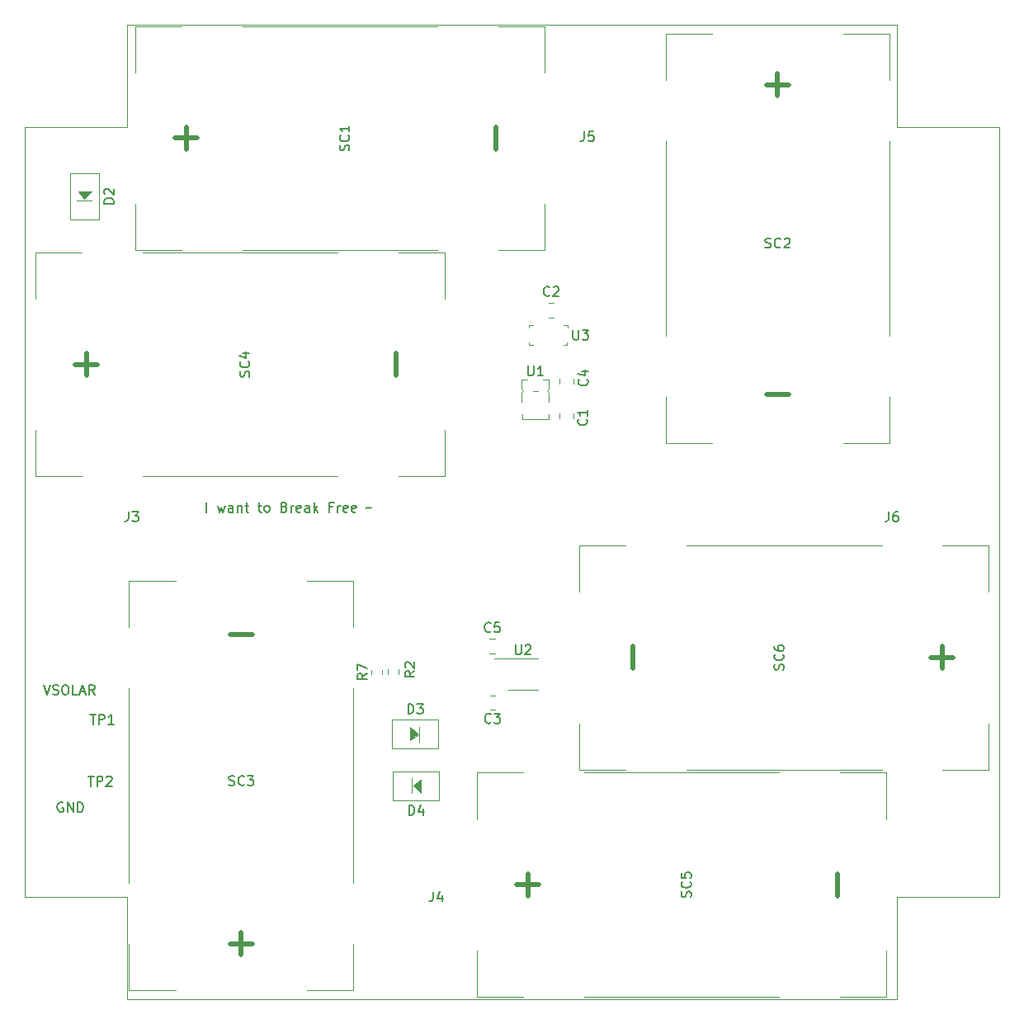
<source format=gbr>
%TF.GenerationSoftware,KiCad,Pcbnew,(6.0.9)*%
%TF.CreationDate,2023-01-30T21:02:38-08:00*%
%TF.ProjectId,solar-panel-side-Z,736f6c61-722d-4706-916e-656c2d736964,2.0*%
%TF.SameCoordinates,Original*%
%TF.FileFunction,Legend,Top*%
%TF.FilePolarity,Positive*%
%FSLAX46Y46*%
G04 Gerber Fmt 4.6, Leading zero omitted, Abs format (unit mm)*
G04 Created by KiCad (PCBNEW (6.0.9)) date 2023-01-30 21:02:38*
%MOMM*%
%LPD*%
G01*
G04 APERTURE LIST*
%TA.AperFunction,Profile*%
%ADD10C,0.050000*%
%TD*%
%ADD11C,0.150000*%
%ADD12C,0.500000*%
%ADD13C,0.120000*%
%ADD14C,0.100000*%
G04 APERTURE END LIST*
D10*
X99500000Y-45500000D02*
X110000000Y-45500000D01*
X189000000Y-135000000D02*
X110000000Y-135000000D01*
X199500000Y-124500000D02*
X189000000Y-124500000D01*
X189000000Y-45500000D02*
X199500000Y-45500000D01*
X99500000Y-124500000D02*
X99500000Y-45500000D01*
X110000000Y-135000000D02*
X110000000Y-124500000D01*
X110000000Y-35000000D02*
X189000000Y-35000000D01*
X110000000Y-124500000D02*
X99500000Y-124500000D01*
X199500000Y-45500000D02*
X199500000Y-124500000D01*
X189000000Y-35000000D02*
X189000000Y-45500000D01*
X110000000Y-45500000D02*
X110000000Y-35000000D01*
X189000000Y-124500000D02*
X189000000Y-135000000D01*
D11*
X118155238Y-84992380D02*
X118155238Y-83992380D01*
X119298095Y-84325714D02*
X119488571Y-84992380D01*
X119679047Y-84516190D01*
X119869523Y-84992380D01*
X120060000Y-84325714D01*
X120869523Y-84992380D02*
X120869523Y-84468571D01*
X120821904Y-84373333D01*
X120726666Y-84325714D01*
X120536190Y-84325714D01*
X120440952Y-84373333D01*
X120869523Y-84944761D02*
X120774285Y-84992380D01*
X120536190Y-84992380D01*
X120440952Y-84944761D01*
X120393333Y-84849523D01*
X120393333Y-84754285D01*
X120440952Y-84659047D01*
X120536190Y-84611428D01*
X120774285Y-84611428D01*
X120869523Y-84563809D01*
X121345714Y-84325714D02*
X121345714Y-84992380D01*
X121345714Y-84420952D02*
X121393333Y-84373333D01*
X121488571Y-84325714D01*
X121631428Y-84325714D01*
X121726666Y-84373333D01*
X121774285Y-84468571D01*
X121774285Y-84992380D01*
X122107619Y-84325714D02*
X122488571Y-84325714D01*
X122250476Y-83992380D02*
X122250476Y-84849523D01*
X122298095Y-84944761D01*
X122393333Y-84992380D01*
X122488571Y-84992380D01*
X123440952Y-84325714D02*
X123821904Y-84325714D01*
X123583809Y-83992380D02*
X123583809Y-84849523D01*
X123631428Y-84944761D01*
X123726666Y-84992380D01*
X123821904Y-84992380D01*
X124298095Y-84992380D02*
X124202857Y-84944761D01*
X124155238Y-84897142D01*
X124107619Y-84801904D01*
X124107619Y-84516190D01*
X124155238Y-84420952D01*
X124202857Y-84373333D01*
X124298095Y-84325714D01*
X124440952Y-84325714D01*
X124536190Y-84373333D01*
X124583809Y-84420952D01*
X124631428Y-84516190D01*
X124631428Y-84801904D01*
X124583809Y-84897142D01*
X124536190Y-84944761D01*
X124440952Y-84992380D01*
X124298095Y-84992380D01*
X126155238Y-84468571D02*
X126298095Y-84516190D01*
X126345714Y-84563809D01*
X126393333Y-84659047D01*
X126393333Y-84801904D01*
X126345714Y-84897142D01*
X126298095Y-84944761D01*
X126202857Y-84992380D01*
X125821904Y-84992380D01*
X125821904Y-83992380D01*
X126155238Y-83992380D01*
X126250476Y-84040000D01*
X126298095Y-84087619D01*
X126345714Y-84182857D01*
X126345714Y-84278095D01*
X126298095Y-84373333D01*
X126250476Y-84420952D01*
X126155238Y-84468571D01*
X125821904Y-84468571D01*
X126821904Y-84992380D02*
X126821904Y-84325714D01*
X126821904Y-84516190D02*
X126869523Y-84420952D01*
X126917142Y-84373333D01*
X127012380Y-84325714D01*
X127107619Y-84325714D01*
X127821904Y-84944761D02*
X127726666Y-84992380D01*
X127536190Y-84992380D01*
X127440952Y-84944761D01*
X127393333Y-84849523D01*
X127393333Y-84468571D01*
X127440952Y-84373333D01*
X127536190Y-84325714D01*
X127726666Y-84325714D01*
X127821904Y-84373333D01*
X127869523Y-84468571D01*
X127869523Y-84563809D01*
X127393333Y-84659047D01*
X128726666Y-84992380D02*
X128726666Y-84468571D01*
X128679047Y-84373333D01*
X128583809Y-84325714D01*
X128393333Y-84325714D01*
X128298095Y-84373333D01*
X128726666Y-84944761D02*
X128631428Y-84992380D01*
X128393333Y-84992380D01*
X128298095Y-84944761D01*
X128250476Y-84849523D01*
X128250476Y-84754285D01*
X128298095Y-84659047D01*
X128393333Y-84611428D01*
X128631428Y-84611428D01*
X128726666Y-84563809D01*
X129202857Y-84992380D02*
X129202857Y-83992380D01*
X129298095Y-84611428D02*
X129583809Y-84992380D01*
X129583809Y-84325714D02*
X129202857Y-84706666D01*
X131107619Y-84468571D02*
X130774285Y-84468571D01*
X130774285Y-84992380D02*
X130774285Y-83992380D01*
X131250476Y-83992380D01*
X131631428Y-84992380D02*
X131631428Y-84325714D01*
X131631428Y-84516190D02*
X131679047Y-84420952D01*
X131726666Y-84373333D01*
X131821904Y-84325714D01*
X131917142Y-84325714D01*
X132631428Y-84944761D02*
X132536190Y-84992380D01*
X132345714Y-84992380D01*
X132250476Y-84944761D01*
X132202857Y-84849523D01*
X132202857Y-84468571D01*
X132250476Y-84373333D01*
X132345714Y-84325714D01*
X132536190Y-84325714D01*
X132631428Y-84373333D01*
X132679047Y-84468571D01*
X132679047Y-84563809D01*
X132202857Y-84659047D01*
X133488571Y-84944761D02*
X133393333Y-84992380D01*
X133202857Y-84992380D01*
X133107619Y-84944761D01*
X133060000Y-84849523D01*
X133060000Y-84468571D01*
X133107619Y-84373333D01*
X133202857Y-84325714D01*
X133393333Y-84325714D01*
X133488571Y-84373333D01*
X133536190Y-84468571D01*
X133536190Y-84563809D01*
X133060000Y-84659047D01*
X134583809Y-84611428D02*
X134631428Y-84563809D01*
X134726666Y-84516190D01*
X134917142Y-84611428D01*
X135012380Y-84563809D01*
X135060000Y-84516190D01*
X103428095Y-114830000D02*
X103332857Y-114782380D01*
X103190000Y-114782380D01*
X103047142Y-114830000D01*
X102951904Y-114925238D01*
X102904285Y-115020476D01*
X102856666Y-115210952D01*
X102856666Y-115353809D01*
X102904285Y-115544285D01*
X102951904Y-115639523D01*
X103047142Y-115734761D01*
X103190000Y-115782380D01*
X103285238Y-115782380D01*
X103428095Y-115734761D01*
X103475714Y-115687142D01*
X103475714Y-115353809D01*
X103285238Y-115353809D01*
X103904285Y-115782380D02*
X103904285Y-114782380D01*
X104475714Y-115782380D01*
X104475714Y-114782380D01*
X104951904Y-115782380D02*
X104951904Y-114782380D01*
X105190000Y-114782380D01*
X105332857Y-114830000D01*
X105428095Y-114925238D01*
X105475714Y-115020476D01*
X105523333Y-115210952D01*
X105523333Y-115353809D01*
X105475714Y-115544285D01*
X105428095Y-115639523D01*
X105332857Y-115734761D01*
X105190000Y-115782380D01*
X104951904Y-115782380D01*
X101443333Y-102732380D02*
X101776666Y-103732380D01*
X102110000Y-102732380D01*
X102395714Y-103684761D02*
X102538571Y-103732380D01*
X102776666Y-103732380D01*
X102871904Y-103684761D01*
X102919523Y-103637142D01*
X102967142Y-103541904D01*
X102967142Y-103446666D01*
X102919523Y-103351428D01*
X102871904Y-103303809D01*
X102776666Y-103256190D01*
X102586190Y-103208571D01*
X102490952Y-103160952D01*
X102443333Y-103113333D01*
X102395714Y-103018095D01*
X102395714Y-102922857D01*
X102443333Y-102827619D01*
X102490952Y-102780000D01*
X102586190Y-102732380D01*
X102824285Y-102732380D01*
X102967142Y-102780000D01*
X103586190Y-102732380D02*
X103776666Y-102732380D01*
X103871904Y-102780000D01*
X103967142Y-102875238D01*
X104014761Y-103065714D01*
X104014761Y-103399047D01*
X103967142Y-103589523D01*
X103871904Y-103684761D01*
X103776666Y-103732380D01*
X103586190Y-103732380D01*
X103490952Y-103684761D01*
X103395714Y-103589523D01*
X103348095Y-103399047D01*
X103348095Y-103065714D01*
X103395714Y-102875238D01*
X103490952Y-102780000D01*
X103586190Y-102732380D01*
X104919523Y-103732380D02*
X104443333Y-103732380D01*
X104443333Y-102732380D01*
X105205238Y-103446666D02*
X105681428Y-103446666D01*
X105110000Y-103732380D02*
X105443333Y-102732380D01*
X105776666Y-103732380D01*
X106681428Y-103732380D02*
X106348095Y-103256190D01*
X106110000Y-103732380D02*
X106110000Y-102732380D01*
X106490952Y-102732380D01*
X106586190Y-102780000D01*
X106633809Y-102827619D01*
X106681428Y-102922857D01*
X106681428Y-103065714D01*
X106633809Y-103160952D01*
X106586190Y-103208571D01*
X106490952Y-103256190D01*
X106110000Y-103256190D01*
%TO.C,J3*%
X110166666Y-84952380D02*
X110166666Y-85666666D01*
X110119047Y-85809523D01*
X110023809Y-85904761D01*
X109880952Y-85952380D01*
X109785714Y-85952380D01*
X110547619Y-84952380D02*
X111166666Y-84952380D01*
X110833333Y-85333333D01*
X110976190Y-85333333D01*
X111071428Y-85380952D01*
X111119047Y-85428571D01*
X111166666Y-85523809D01*
X111166666Y-85761904D01*
X111119047Y-85857142D01*
X111071428Y-85904761D01*
X110976190Y-85952380D01*
X110690476Y-85952380D01*
X110595238Y-85904761D01*
X110547619Y-85857142D01*
%TO.C,J4*%
X141416666Y-123952380D02*
X141416666Y-124666666D01*
X141369047Y-124809523D01*
X141273809Y-124904761D01*
X141130952Y-124952380D01*
X141035714Y-124952380D01*
X142321428Y-124285714D02*
X142321428Y-124952380D01*
X142083333Y-123904761D02*
X141845238Y-124619047D01*
X142464285Y-124619047D01*
%TO.C,J5*%
X156916666Y-45952380D02*
X156916666Y-46666666D01*
X156869047Y-46809523D01*
X156773809Y-46904761D01*
X156630952Y-46952380D01*
X156535714Y-46952380D01*
X157869047Y-45952380D02*
X157392857Y-45952380D01*
X157345238Y-46428571D01*
X157392857Y-46380952D01*
X157488095Y-46333333D01*
X157726190Y-46333333D01*
X157821428Y-46380952D01*
X157869047Y-46428571D01*
X157916666Y-46523809D01*
X157916666Y-46761904D01*
X157869047Y-46857142D01*
X157821428Y-46904761D01*
X157726190Y-46952380D01*
X157488095Y-46952380D01*
X157392857Y-46904761D01*
X157345238Y-46857142D01*
%TO.C,J6*%
X188166666Y-84952380D02*
X188166666Y-85666666D01*
X188119047Y-85809523D01*
X188023809Y-85904761D01*
X187880952Y-85952380D01*
X187785714Y-85952380D01*
X189071428Y-84952380D02*
X188880952Y-84952380D01*
X188785714Y-85000000D01*
X188738095Y-85047619D01*
X188642857Y-85190476D01*
X188595238Y-85380952D01*
X188595238Y-85761904D01*
X188642857Y-85857142D01*
X188690476Y-85904761D01*
X188785714Y-85952380D01*
X188976190Y-85952380D01*
X189071428Y-85904761D01*
X189119047Y-85857142D01*
X189166666Y-85761904D01*
X189166666Y-85523809D01*
X189119047Y-85428571D01*
X189071428Y-85380952D01*
X188976190Y-85333333D01*
X188785714Y-85333333D01*
X188690476Y-85380952D01*
X188642857Y-85428571D01*
X188595238Y-85523809D01*
%TO.C,D3*%
X138851904Y-105682380D02*
X138851904Y-104682380D01*
X139090000Y-104682380D01*
X139232857Y-104730000D01*
X139328095Y-104825238D01*
X139375714Y-104920476D01*
X139423333Y-105110952D01*
X139423333Y-105253809D01*
X139375714Y-105444285D01*
X139328095Y-105539523D01*
X139232857Y-105634761D01*
X139090000Y-105682380D01*
X138851904Y-105682380D01*
X139756666Y-104682380D02*
X140375714Y-104682380D01*
X140042380Y-105063333D01*
X140185238Y-105063333D01*
X140280476Y-105110952D01*
X140328095Y-105158571D01*
X140375714Y-105253809D01*
X140375714Y-105491904D01*
X140328095Y-105587142D01*
X140280476Y-105634761D01*
X140185238Y-105682380D01*
X139899523Y-105682380D01*
X139804285Y-105634761D01*
X139756666Y-105587142D01*
%TO.C,TP1*%
X106228095Y-105752380D02*
X106799523Y-105752380D01*
X106513809Y-106752380D02*
X106513809Y-105752380D01*
X107132857Y-106752380D02*
X107132857Y-105752380D01*
X107513809Y-105752380D01*
X107609047Y-105800000D01*
X107656666Y-105847619D01*
X107704285Y-105942857D01*
X107704285Y-106085714D01*
X107656666Y-106180952D01*
X107609047Y-106228571D01*
X107513809Y-106276190D01*
X107132857Y-106276190D01*
X108656666Y-106752380D02*
X108085238Y-106752380D01*
X108370952Y-106752380D02*
X108370952Y-105752380D01*
X108275714Y-105895238D01*
X108180476Y-105990476D01*
X108085238Y-106038095D01*
%TO.C,C5*%
X147313333Y-97227142D02*
X147265714Y-97274761D01*
X147122857Y-97322380D01*
X147027619Y-97322380D01*
X146884761Y-97274761D01*
X146789523Y-97179523D01*
X146741904Y-97084285D01*
X146694285Y-96893809D01*
X146694285Y-96750952D01*
X146741904Y-96560476D01*
X146789523Y-96465238D01*
X146884761Y-96370000D01*
X147027619Y-96322380D01*
X147122857Y-96322380D01*
X147265714Y-96370000D01*
X147313333Y-96417619D01*
X148218095Y-96322380D02*
X147741904Y-96322380D01*
X147694285Y-96798571D01*
X147741904Y-96750952D01*
X147837142Y-96703333D01*
X148075238Y-96703333D01*
X148170476Y-96750952D01*
X148218095Y-96798571D01*
X148265714Y-96893809D01*
X148265714Y-97131904D01*
X148218095Y-97227142D01*
X148170476Y-97274761D01*
X148075238Y-97322380D01*
X147837142Y-97322380D01*
X147741904Y-97274761D01*
X147694285Y-97227142D01*
%TO.C,C4*%
X157207142Y-71386666D02*
X157254761Y-71434285D01*
X157302380Y-71577142D01*
X157302380Y-71672380D01*
X157254761Y-71815238D01*
X157159523Y-71910476D01*
X157064285Y-71958095D01*
X156873809Y-72005714D01*
X156730952Y-72005714D01*
X156540476Y-71958095D01*
X156445238Y-71910476D01*
X156350000Y-71815238D01*
X156302380Y-71672380D01*
X156302380Y-71577142D01*
X156350000Y-71434285D01*
X156397619Y-71386666D01*
X156635714Y-70529523D02*
X157302380Y-70529523D01*
X156254761Y-70767619D02*
X156969047Y-71005714D01*
X156969047Y-70386666D01*
%TO.C,R7*%
X134652380Y-101571666D02*
X134176190Y-101905000D01*
X134652380Y-102143095D02*
X133652380Y-102143095D01*
X133652380Y-101762142D01*
X133700000Y-101666904D01*
X133747619Y-101619285D01*
X133842857Y-101571666D01*
X133985714Y-101571666D01*
X134080952Y-101619285D01*
X134128571Y-101666904D01*
X134176190Y-101762142D01*
X134176190Y-102143095D01*
X133652380Y-101238333D02*
X133652380Y-100571666D01*
X134652380Y-101000238D01*
%TO.C,U3*%
X155768095Y-66312380D02*
X155768095Y-67121904D01*
X155815714Y-67217142D01*
X155863333Y-67264761D01*
X155958571Y-67312380D01*
X156149047Y-67312380D01*
X156244285Y-67264761D01*
X156291904Y-67217142D01*
X156339523Y-67121904D01*
X156339523Y-66312380D01*
X156720476Y-66312380D02*
X157339523Y-66312380D01*
X157006190Y-66693333D01*
X157149047Y-66693333D01*
X157244285Y-66740952D01*
X157291904Y-66788571D01*
X157339523Y-66883809D01*
X157339523Y-67121904D01*
X157291904Y-67217142D01*
X157244285Y-67264761D01*
X157149047Y-67312380D01*
X156863333Y-67312380D01*
X156768095Y-67264761D01*
X156720476Y-67217142D01*
%TO.C,SC5*%
X167834761Y-124501904D02*
X167882380Y-124359047D01*
X167882380Y-124120952D01*
X167834761Y-124025714D01*
X167787142Y-123978095D01*
X167691904Y-123930476D01*
X167596666Y-123930476D01*
X167501428Y-123978095D01*
X167453809Y-124025714D01*
X167406190Y-124120952D01*
X167358571Y-124311428D01*
X167310952Y-124406666D01*
X167263333Y-124454285D01*
X167168095Y-124501904D01*
X167072857Y-124501904D01*
X166977619Y-124454285D01*
X166930000Y-124406666D01*
X166882380Y-124311428D01*
X166882380Y-124073333D01*
X166930000Y-123930476D01*
X167787142Y-122930476D02*
X167834761Y-122978095D01*
X167882380Y-123120952D01*
X167882380Y-123216190D01*
X167834761Y-123359047D01*
X167739523Y-123454285D01*
X167644285Y-123501904D01*
X167453809Y-123549523D01*
X167310952Y-123549523D01*
X167120476Y-123501904D01*
X167025238Y-123454285D01*
X166930000Y-123359047D01*
X166882380Y-123216190D01*
X166882380Y-123120952D01*
X166930000Y-122978095D01*
X166977619Y-122930476D01*
X166882380Y-122025714D02*
X166882380Y-122501904D01*
X167358571Y-122549523D01*
X167310952Y-122501904D01*
X167263333Y-122406666D01*
X167263333Y-122168571D01*
X167310952Y-122073333D01*
X167358571Y-122025714D01*
X167453809Y-121978095D01*
X167691904Y-121978095D01*
X167787142Y-122025714D01*
X167834761Y-122073333D01*
X167882380Y-122168571D01*
X167882380Y-122406666D01*
X167834761Y-122501904D01*
X167787142Y-122549523D01*
D12*
X151144285Y-124382857D02*
X151144285Y-122097142D01*
X152287142Y-123240000D02*
X150001428Y-123240000D01*
X182894285Y-124382857D02*
X182894285Y-122097142D01*
D11*
%TO.C,TP2*%
X106028095Y-112112380D02*
X106599523Y-112112380D01*
X106313809Y-113112380D02*
X106313809Y-112112380D01*
X106932857Y-113112380D02*
X106932857Y-112112380D01*
X107313809Y-112112380D01*
X107409047Y-112160000D01*
X107456666Y-112207619D01*
X107504285Y-112302857D01*
X107504285Y-112445714D01*
X107456666Y-112540952D01*
X107409047Y-112588571D01*
X107313809Y-112636190D01*
X106932857Y-112636190D01*
X107885238Y-112207619D02*
X107932857Y-112160000D01*
X108028095Y-112112380D01*
X108266190Y-112112380D01*
X108361428Y-112160000D01*
X108409047Y-112207619D01*
X108456666Y-112302857D01*
X108456666Y-112398095D01*
X108409047Y-112540952D01*
X107837619Y-113112380D01*
X108456666Y-113112380D01*
%TO.C,SC3*%
X120458095Y-112994761D02*
X120600952Y-113042380D01*
X120839047Y-113042380D01*
X120934285Y-112994761D01*
X120981904Y-112947142D01*
X121029523Y-112851904D01*
X121029523Y-112756666D01*
X120981904Y-112661428D01*
X120934285Y-112613809D01*
X120839047Y-112566190D01*
X120648571Y-112518571D01*
X120553333Y-112470952D01*
X120505714Y-112423333D01*
X120458095Y-112328095D01*
X120458095Y-112232857D01*
X120505714Y-112137619D01*
X120553333Y-112090000D01*
X120648571Y-112042380D01*
X120886666Y-112042380D01*
X121029523Y-112090000D01*
X122029523Y-112947142D02*
X121981904Y-112994761D01*
X121839047Y-113042380D01*
X121743809Y-113042380D01*
X121600952Y-112994761D01*
X121505714Y-112899523D01*
X121458095Y-112804285D01*
X121410476Y-112613809D01*
X121410476Y-112470952D01*
X121458095Y-112280476D01*
X121505714Y-112185238D01*
X121600952Y-112090000D01*
X121743809Y-112042380D01*
X121839047Y-112042380D01*
X121981904Y-112090000D01*
X122029523Y-112137619D01*
X122362857Y-112042380D02*
X122981904Y-112042380D01*
X122648571Y-112423333D01*
X122791428Y-112423333D01*
X122886666Y-112470952D01*
X122934285Y-112518571D01*
X122981904Y-112613809D01*
X122981904Y-112851904D01*
X122934285Y-112947142D01*
X122886666Y-112994761D01*
X122791428Y-113042380D01*
X122505714Y-113042380D01*
X122410476Y-112994761D01*
X122362857Y-112947142D01*
D12*
X120577142Y-97554285D02*
X122862857Y-97554285D01*
X120577142Y-129304285D02*
X122862857Y-129304285D01*
X121720000Y-130447142D02*
X121720000Y-128161428D01*
D11*
%TO.C,U1*%
X151148095Y-69992380D02*
X151148095Y-70801904D01*
X151195714Y-70897142D01*
X151243333Y-70944761D01*
X151338571Y-70992380D01*
X151529047Y-70992380D01*
X151624285Y-70944761D01*
X151671904Y-70897142D01*
X151719523Y-70801904D01*
X151719523Y-69992380D01*
X152719523Y-70992380D02*
X152148095Y-70992380D01*
X152433809Y-70992380D02*
X152433809Y-69992380D01*
X152338571Y-70135238D01*
X152243333Y-70230476D01*
X152148095Y-70278095D01*
%TO.C,C3*%
X147343333Y-106577142D02*
X147295714Y-106624761D01*
X147152857Y-106672380D01*
X147057619Y-106672380D01*
X146914761Y-106624761D01*
X146819523Y-106529523D01*
X146771904Y-106434285D01*
X146724285Y-106243809D01*
X146724285Y-106100952D01*
X146771904Y-105910476D01*
X146819523Y-105815238D01*
X146914761Y-105720000D01*
X147057619Y-105672380D01*
X147152857Y-105672380D01*
X147295714Y-105720000D01*
X147343333Y-105767619D01*
X147676666Y-105672380D02*
X148295714Y-105672380D01*
X147962380Y-106053333D01*
X148105238Y-106053333D01*
X148200476Y-106100952D01*
X148248095Y-106148571D01*
X148295714Y-106243809D01*
X148295714Y-106481904D01*
X148248095Y-106577142D01*
X148200476Y-106624761D01*
X148105238Y-106672380D01*
X147819523Y-106672380D01*
X147724285Y-106624761D01*
X147676666Y-106577142D01*
%TO.C,U2*%
X149878095Y-98612380D02*
X149878095Y-99421904D01*
X149925714Y-99517142D01*
X149973333Y-99564761D01*
X150068571Y-99612380D01*
X150259047Y-99612380D01*
X150354285Y-99564761D01*
X150401904Y-99517142D01*
X150449523Y-99421904D01*
X150449523Y-98612380D01*
X150878095Y-98707619D02*
X150925714Y-98660000D01*
X151020952Y-98612380D01*
X151259047Y-98612380D01*
X151354285Y-98660000D01*
X151401904Y-98707619D01*
X151449523Y-98802857D01*
X151449523Y-98898095D01*
X151401904Y-99040952D01*
X150830476Y-99612380D01*
X151449523Y-99612380D01*
%TO.C,D4*%
X138941904Y-116082380D02*
X138941904Y-115082380D01*
X139180000Y-115082380D01*
X139322857Y-115130000D01*
X139418095Y-115225238D01*
X139465714Y-115320476D01*
X139513333Y-115510952D01*
X139513333Y-115653809D01*
X139465714Y-115844285D01*
X139418095Y-115939523D01*
X139322857Y-116034761D01*
X139180000Y-116082380D01*
X138941904Y-116082380D01*
X140370476Y-115415714D02*
X140370476Y-116082380D01*
X140132380Y-115034761D02*
X139894285Y-115749047D01*
X140513333Y-115749047D01*
%TO.C,C2*%
X153363333Y-62752142D02*
X153315714Y-62799761D01*
X153172857Y-62847380D01*
X153077619Y-62847380D01*
X152934761Y-62799761D01*
X152839523Y-62704523D01*
X152791904Y-62609285D01*
X152744285Y-62418809D01*
X152744285Y-62275952D01*
X152791904Y-62085476D01*
X152839523Y-61990238D01*
X152934761Y-61895000D01*
X153077619Y-61847380D01*
X153172857Y-61847380D01*
X153315714Y-61895000D01*
X153363333Y-61942619D01*
X153744285Y-61942619D02*
X153791904Y-61895000D01*
X153887142Y-61847380D01*
X154125238Y-61847380D01*
X154220476Y-61895000D01*
X154268095Y-61942619D01*
X154315714Y-62037857D01*
X154315714Y-62133095D01*
X154268095Y-62275952D01*
X153696666Y-62847380D01*
X154315714Y-62847380D01*
%TO.C,R2*%
X139512380Y-101326666D02*
X139036190Y-101660000D01*
X139512380Y-101898095D02*
X138512380Y-101898095D01*
X138512380Y-101517142D01*
X138560000Y-101421904D01*
X138607619Y-101374285D01*
X138702857Y-101326666D01*
X138845714Y-101326666D01*
X138940952Y-101374285D01*
X138988571Y-101421904D01*
X139036190Y-101517142D01*
X139036190Y-101898095D01*
X138607619Y-100945714D02*
X138560000Y-100898095D01*
X138512380Y-100802857D01*
X138512380Y-100564761D01*
X138560000Y-100469523D01*
X138607619Y-100421904D01*
X138702857Y-100374285D01*
X138798095Y-100374285D01*
X138940952Y-100421904D01*
X139512380Y-100993333D01*
X139512380Y-100374285D01*
%TO.C,SC4*%
X122524761Y-71111904D02*
X122572380Y-70969047D01*
X122572380Y-70730952D01*
X122524761Y-70635714D01*
X122477142Y-70588095D01*
X122381904Y-70540476D01*
X122286666Y-70540476D01*
X122191428Y-70588095D01*
X122143809Y-70635714D01*
X122096190Y-70730952D01*
X122048571Y-70921428D01*
X122000952Y-71016666D01*
X121953333Y-71064285D01*
X121858095Y-71111904D01*
X121762857Y-71111904D01*
X121667619Y-71064285D01*
X121620000Y-71016666D01*
X121572380Y-70921428D01*
X121572380Y-70683333D01*
X121620000Y-70540476D01*
X122477142Y-69540476D02*
X122524761Y-69588095D01*
X122572380Y-69730952D01*
X122572380Y-69826190D01*
X122524761Y-69969047D01*
X122429523Y-70064285D01*
X122334285Y-70111904D01*
X122143809Y-70159523D01*
X122000952Y-70159523D01*
X121810476Y-70111904D01*
X121715238Y-70064285D01*
X121620000Y-69969047D01*
X121572380Y-69826190D01*
X121572380Y-69730952D01*
X121620000Y-69588095D01*
X121667619Y-69540476D01*
X121905714Y-68683333D02*
X122572380Y-68683333D01*
X121524761Y-68921428D02*
X122239047Y-69159523D01*
X122239047Y-68540476D01*
D12*
X105834285Y-70992857D02*
X105834285Y-68707142D01*
X106977142Y-69850000D02*
X104691428Y-69850000D01*
X137584285Y-70992857D02*
X137584285Y-68707142D01*
D11*
%TO.C,SC6*%
X177344761Y-101181904D02*
X177392380Y-101039047D01*
X177392380Y-100800952D01*
X177344761Y-100705714D01*
X177297142Y-100658095D01*
X177201904Y-100610476D01*
X177106666Y-100610476D01*
X177011428Y-100658095D01*
X176963809Y-100705714D01*
X176916190Y-100800952D01*
X176868571Y-100991428D01*
X176820952Y-101086666D01*
X176773333Y-101134285D01*
X176678095Y-101181904D01*
X176582857Y-101181904D01*
X176487619Y-101134285D01*
X176440000Y-101086666D01*
X176392380Y-100991428D01*
X176392380Y-100753333D01*
X176440000Y-100610476D01*
X177297142Y-99610476D02*
X177344761Y-99658095D01*
X177392380Y-99800952D01*
X177392380Y-99896190D01*
X177344761Y-100039047D01*
X177249523Y-100134285D01*
X177154285Y-100181904D01*
X176963809Y-100229523D01*
X176820952Y-100229523D01*
X176630476Y-100181904D01*
X176535238Y-100134285D01*
X176440000Y-100039047D01*
X176392380Y-99896190D01*
X176392380Y-99800952D01*
X176440000Y-99658095D01*
X176487619Y-99610476D01*
X176392380Y-98753333D02*
X176392380Y-98943809D01*
X176440000Y-99039047D01*
X176487619Y-99086666D01*
X176630476Y-99181904D01*
X176820952Y-99229523D01*
X177201904Y-99229523D01*
X177297142Y-99181904D01*
X177344761Y-99134285D01*
X177392380Y-99039047D01*
X177392380Y-98848571D01*
X177344761Y-98753333D01*
X177297142Y-98705714D01*
X177201904Y-98658095D01*
X176963809Y-98658095D01*
X176868571Y-98705714D01*
X176820952Y-98753333D01*
X176773333Y-98848571D01*
X176773333Y-99039047D01*
X176820952Y-99134285D01*
X176868571Y-99181904D01*
X176963809Y-99229523D01*
D12*
X193654285Y-101062857D02*
X193654285Y-98777142D01*
X194797142Y-99920000D02*
X192511428Y-99920000D01*
X161904285Y-101062857D02*
X161904285Y-98777142D01*
D11*
%TO.C,C1*%
X157147142Y-75466666D02*
X157194761Y-75514285D01*
X157242380Y-75657142D01*
X157242380Y-75752380D01*
X157194761Y-75895238D01*
X157099523Y-75990476D01*
X157004285Y-76038095D01*
X156813809Y-76085714D01*
X156670952Y-76085714D01*
X156480476Y-76038095D01*
X156385238Y-75990476D01*
X156290000Y-75895238D01*
X156242380Y-75752380D01*
X156242380Y-75657142D01*
X156290000Y-75514285D01*
X156337619Y-75466666D01*
X157242380Y-74514285D02*
X157242380Y-75085714D01*
X157242380Y-74800000D02*
X156242380Y-74800000D01*
X156385238Y-74895238D01*
X156480476Y-74990476D01*
X156528095Y-75085714D01*
%TO.C,SC2*%
X175498095Y-57844761D02*
X175640952Y-57892380D01*
X175879047Y-57892380D01*
X175974285Y-57844761D01*
X176021904Y-57797142D01*
X176069523Y-57701904D01*
X176069523Y-57606666D01*
X176021904Y-57511428D01*
X175974285Y-57463809D01*
X175879047Y-57416190D01*
X175688571Y-57368571D01*
X175593333Y-57320952D01*
X175545714Y-57273333D01*
X175498095Y-57178095D01*
X175498095Y-57082857D01*
X175545714Y-56987619D01*
X175593333Y-56940000D01*
X175688571Y-56892380D01*
X175926666Y-56892380D01*
X176069523Y-56940000D01*
X177069523Y-57797142D02*
X177021904Y-57844761D01*
X176879047Y-57892380D01*
X176783809Y-57892380D01*
X176640952Y-57844761D01*
X176545714Y-57749523D01*
X176498095Y-57654285D01*
X176450476Y-57463809D01*
X176450476Y-57320952D01*
X176498095Y-57130476D01*
X176545714Y-57035238D01*
X176640952Y-56940000D01*
X176783809Y-56892380D01*
X176879047Y-56892380D01*
X177021904Y-56940000D01*
X177069523Y-56987619D01*
X177450476Y-56987619D02*
X177498095Y-56940000D01*
X177593333Y-56892380D01*
X177831428Y-56892380D01*
X177926666Y-56940000D01*
X177974285Y-56987619D01*
X178021904Y-57082857D01*
X178021904Y-57178095D01*
X177974285Y-57320952D01*
X177402857Y-57892380D01*
X178021904Y-57892380D01*
D12*
X175617142Y-41154285D02*
X177902857Y-41154285D01*
X176760000Y-42297142D02*
X176760000Y-40011428D01*
X175617142Y-72904285D02*
X177902857Y-72904285D01*
D11*
%TO.C,D2*%
X108642380Y-53328095D02*
X107642380Y-53328095D01*
X107642380Y-53090000D01*
X107690000Y-52947142D01*
X107785238Y-52851904D01*
X107880476Y-52804285D01*
X108070952Y-52756666D01*
X108213809Y-52756666D01*
X108404285Y-52804285D01*
X108499523Y-52851904D01*
X108594761Y-52947142D01*
X108642380Y-53090000D01*
X108642380Y-53328095D01*
X107737619Y-52375714D02*
X107690000Y-52328095D01*
X107642380Y-52232857D01*
X107642380Y-51994761D01*
X107690000Y-51899523D01*
X107737619Y-51851904D01*
X107832857Y-51804285D01*
X107928095Y-51804285D01*
X108070952Y-51851904D01*
X108642380Y-52423333D01*
X108642380Y-51804285D01*
%TO.C,SC1*%
X132774761Y-47891904D02*
X132822380Y-47749047D01*
X132822380Y-47510952D01*
X132774761Y-47415714D01*
X132727142Y-47368095D01*
X132631904Y-47320476D01*
X132536666Y-47320476D01*
X132441428Y-47368095D01*
X132393809Y-47415714D01*
X132346190Y-47510952D01*
X132298571Y-47701428D01*
X132250952Y-47796666D01*
X132203333Y-47844285D01*
X132108095Y-47891904D01*
X132012857Y-47891904D01*
X131917619Y-47844285D01*
X131870000Y-47796666D01*
X131822380Y-47701428D01*
X131822380Y-47463333D01*
X131870000Y-47320476D01*
X132727142Y-46320476D02*
X132774761Y-46368095D01*
X132822380Y-46510952D01*
X132822380Y-46606190D01*
X132774761Y-46749047D01*
X132679523Y-46844285D01*
X132584285Y-46891904D01*
X132393809Y-46939523D01*
X132250952Y-46939523D01*
X132060476Y-46891904D01*
X131965238Y-46844285D01*
X131870000Y-46749047D01*
X131822380Y-46606190D01*
X131822380Y-46510952D01*
X131870000Y-46368095D01*
X131917619Y-46320476D01*
X132822380Y-45368095D02*
X132822380Y-45939523D01*
X132822380Y-45653809D02*
X131822380Y-45653809D01*
X131965238Y-45749047D01*
X132060476Y-45844285D01*
X132108095Y-45939523D01*
D12*
X147834285Y-47772857D02*
X147834285Y-45487142D01*
X116084285Y-47772857D02*
X116084285Y-45487142D01*
X117227142Y-46630000D02*
X114941428Y-46630000D01*
D13*
%TO.C,D3*%
X141965000Y-109220000D02*
X137215000Y-109220000D01*
X141965000Y-106320000D02*
X141965000Y-109220000D01*
X140021800Y-108582800D02*
X140021800Y-107033400D01*
X137215000Y-106320000D02*
X137215000Y-109220000D01*
X141965000Y-106320000D02*
X137215000Y-106320000D01*
G36*
X139894800Y-107795400D02*
G01*
X139082000Y-108405000D01*
X139082000Y-107058800D01*
X139894800Y-107795400D01*
G37*
D14*
X139894800Y-107795400D02*
X139082000Y-108405000D01*
X139082000Y-107058800D01*
X139894800Y-107795400D01*
D13*
%TO.C,C5*%
X147741252Y-98015000D02*
X147218748Y-98015000D01*
X147741252Y-99485000D02*
X147218748Y-99485000D01*
%TO.C,C4*%
X154340000Y-71821252D02*
X154340000Y-71298748D01*
X155810000Y-71821252D02*
X155810000Y-71298748D01*
%TO.C,R7*%
X136152500Y-101642258D02*
X136152500Y-101167742D01*
X135107500Y-101642258D02*
X135107500Y-101167742D01*
%TO.C,U3*%
X151580000Y-65780000D02*
X151280000Y-65780000D01*
X154880000Y-67880000D02*
X155180000Y-67880000D01*
X155180000Y-67880000D02*
X154880000Y-67880000D01*
X155180000Y-67880000D02*
X155180000Y-67630000D01*
X154930000Y-65780000D02*
X154830000Y-65780000D01*
X151280000Y-65780000D02*
X151280000Y-66030000D01*
X155230000Y-65780000D02*
X154930000Y-65780000D01*
X151230000Y-67880000D02*
X151230000Y-67630000D01*
X151280000Y-65780000D02*
X151580000Y-65780000D01*
X154880000Y-67880000D02*
X154780000Y-67880000D01*
X155230000Y-65780000D02*
X155230000Y-66030000D01*
X151230000Y-67880000D02*
X151530000Y-67880000D01*
X154930000Y-65780000D02*
X155230000Y-65780000D01*
X151530000Y-67880000D02*
X151630000Y-67880000D01*
X151530000Y-67880000D02*
X151230000Y-67880000D01*
X151580000Y-65780000D02*
X151680000Y-65780000D01*
X151480000Y-65480000D02*
G75*
G03*
X151480000Y-65480000I-50000J0D01*
G01*
%TO.C,SC5*%
X166930000Y-134740000D02*
X156930000Y-134740000D01*
X156930000Y-134740000D02*
X176930000Y-134740000D01*
X145930000Y-129990000D02*
X145930000Y-134740000D01*
X187930000Y-134740000D02*
X183180000Y-134740000D01*
X145930000Y-134740000D02*
X145930000Y-129990000D01*
X145930000Y-116490000D02*
X145930000Y-111740000D01*
X166930000Y-111740000D02*
X156930000Y-111740000D01*
X145930000Y-134740000D02*
X150680000Y-134740000D01*
X187930000Y-111740000D02*
X183180000Y-111740000D01*
X187930000Y-134740000D02*
X187930000Y-129990000D01*
X175180000Y-111740000D02*
X166930000Y-111740000D01*
X166930000Y-111740000D02*
X176930000Y-111740000D01*
X156930000Y-111740000D02*
X175180000Y-111740000D01*
X187930000Y-116490000D02*
X187930000Y-111740000D01*
X145930000Y-111740000D02*
X150680000Y-111740000D01*
%TO.C,SC3*%
X133220000Y-134090000D02*
X128470000Y-134090000D01*
X110220000Y-113090000D02*
X110220000Y-123090000D01*
X133220000Y-113090000D02*
X133220000Y-123090000D01*
X133220000Y-134090000D02*
X133220000Y-129340000D01*
X114970000Y-92090000D02*
X110220000Y-92090000D01*
X114970000Y-134090000D02*
X110220000Y-134090000D01*
X128470000Y-134090000D02*
X133220000Y-134090000D01*
X110220000Y-104840000D02*
X110220000Y-113090000D01*
X133220000Y-123090000D02*
X133220000Y-103090000D01*
X133220000Y-92090000D02*
X133220000Y-96840000D01*
X110220000Y-113090000D02*
X110220000Y-103090000D01*
X110220000Y-134090000D02*
X110220000Y-129340000D01*
X133220000Y-92090000D02*
X128470000Y-92090000D01*
X110220000Y-123090000D02*
X110220000Y-104840000D01*
X110220000Y-92090000D02*
X110220000Y-96840000D01*
%TO.C,U1*%
X150515000Y-72725000D02*
X150515000Y-73700000D01*
X153315000Y-71375000D02*
X152715000Y-71375000D01*
X153315000Y-75425000D02*
X150590000Y-75425000D01*
X150515000Y-71375000D02*
X151115000Y-71375000D01*
X150690000Y-72550000D02*
X150515000Y-72375000D01*
X153315000Y-72375000D02*
X153315000Y-71375000D01*
X150690000Y-72550000D02*
X150515000Y-72725000D01*
X150515000Y-72375000D02*
X150515000Y-71375000D01*
X153315000Y-72725000D02*
X153315000Y-73700000D01*
X153140000Y-72550000D02*
X153315000Y-72725000D01*
X150590000Y-75425000D02*
X150590000Y-74925000D01*
X153140000Y-72550000D02*
X153315000Y-72375000D01*
X151940000Y-72550000D02*
X152190000Y-72550000D01*
X152190000Y-72550000D02*
X151690000Y-72550000D01*
X153315000Y-74925000D02*
X153315000Y-75425000D01*
%TO.C,C3*%
X147771252Y-103805000D02*
X147248748Y-103805000D01*
X147771252Y-105275000D02*
X147248748Y-105275000D01*
%TO.C,U2*%
X150640000Y-103220000D02*
X152140000Y-103220000D01*
X150640000Y-100000000D02*
X147715000Y-100000000D01*
X150640000Y-100000000D02*
X152140000Y-100000000D01*
X150640000Y-103220000D02*
X149140000Y-103220000D01*
%TO.C,D4*%
X139248200Y-112277200D02*
X139248200Y-113826600D01*
X137305000Y-114540000D02*
X142055000Y-114540000D01*
X137305000Y-114540000D02*
X137305000Y-111640000D01*
X137305000Y-111640000D02*
X142055000Y-111640000D01*
X142055000Y-114540000D02*
X142055000Y-111640000D01*
G36*
X140188000Y-113801200D02*
G01*
X139375200Y-113064600D01*
X140188000Y-112455000D01*
X140188000Y-113801200D01*
G37*
D14*
X140188000Y-113801200D02*
X139375200Y-113064600D01*
X140188000Y-112455000D01*
X140188000Y-113801200D01*
D13*
%TO.C,C2*%
X153811252Y-63550000D02*
X153288748Y-63550000D01*
X153811252Y-65020000D02*
X153288748Y-65020000D01*
%TO.C,R2*%
X137842500Y-101632258D02*
X137842500Y-101157742D01*
X136797500Y-101632258D02*
X136797500Y-101157742D01*
%TO.C,SC4*%
X142620000Y-81350000D02*
X142620000Y-76600000D01*
X121620000Y-58350000D02*
X111620000Y-58350000D01*
X142620000Y-63100000D02*
X142620000Y-58350000D01*
X111620000Y-81350000D02*
X131620000Y-81350000D01*
X100620000Y-81350000D02*
X105370000Y-81350000D01*
X142620000Y-58350000D02*
X137870000Y-58350000D01*
X100620000Y-76600000D02*
X100620000Y-81350000D01*
X100620000Y-58350000D02*
X105370000Y-58350000D01*
X121620000Y-58350000D02*
X131620000Y-58350000D01*
X111620000Y-58350000D02*
X129870000Y-58350000D01*
X121620000Y-81350000D02*
X111620000Y-81350000D01*
X142620000Y-81350000D02*
X137870000Y-81350000D01*
X100620000Y-63100000D02*
X100620000Y-58350000D01*
X100620000Y-81350000D02*
X100620000Y-76600000D01*
X129870000Y-58350000D02*
X121620000Y-58350000D01*
%TO.C,SC6*%
X169190000Y-111420000D02*
X177440000Y-111420000D01*
X187440000Y-111420000D02*
X169190000Y-111420000D01*
X156440000Y-88420000D02*
X156440000Y-93170000D01*
X198440000Y-111420000D02*
X193690000Y-111420000D01*
X156440000Y-88420000D02*
X161190000Y-88420000D01*
X177440000Y-111420000D02*
X167440000Y-111420000D01*
X187440000Y-88420000D02*
X167440000Y-88420000D01*
X177440000Y-88420000D02*
X187440000Y-88420000D01*
X198440000Y-106670000D02*
X198440000Y-111420000D01*
X177440000Y-111420000D02*
X187440000Y-111420000D01*
X198440000Y-93170000D02*
X198440000Y-88420000D01*
X198440000Y-88420000D02*
X193690000Y-88420000D01*
X198440000Y-88420000D02*
X198440000Y-93170000D01*
X156440000Y-106670000D02*
X156440000Y-111420000D01*
X156440000Y-111420000D02*
X161190000Y-111420000D01*
%TO.C,C1*%
X154340000Y-75381252D02*
X154340000Y-74858748D01*
X155810000Y-75381252D02*
X155810000Y-74858748D01*
%TO.C,SC2*%
X188260000Y-56940000D02*
X188260000Y-66940000D01*
X165260000Y-35940000D02*
X170010000Y-35940000D01*
X188260000Y-65190000D02*
X188260000Y-56940000D01*
X188260000Y-77940000D02*
X188260000Y-73190000D01*
X188260000Y-46940000D02*
X188260000Y-65190000D01*
X188260000Y-35940000D02*
X188260000Y-40690000D01*
X165260000Y-77940000D02*
X170010000Y-77940000D01*
X183510000Y-35940000D02*
X188260000Y-35940000D01*
X165260000Y-56940000D02*
X165260000Y-46940000D01*
X170010000Y-35940000D02*
X165260000Y-35940000D01*
X188260000Y-56940000D02*
X188260000Y-46940000D01*
X165260000Y-77940000D02*
X165260000Y-73190000D01*
X165260000Y-46940000D02*
X165260000Y-66940000D01*
X165260000Y-35940000D02*
X165260000Y-40690000D01*
X183510000Y-77940000D02*
X188260000Y-77940000D01*
%TO.C,D2*%
X104837200Y-53021800D02*
X106386600Y-53021800D01*
X107100000Y-54965000D02*
X104200000Y-54965000D01*
X107100000Y-54965000D02*
X107100000Y-50215000D01*
X107100000Y-50215000D02*
X104200000Y-50215000D01*
X104200000Y-54965000D02*
X104200000Y-50215000D01*
G36*
X105624600Y-52894800D02*
G01*
X105015000Y-52082000D01*
X106361200Y-52082000D01*
X105624600Y-52894800D01*
G37*
D14*
X105624600Y-52894800D02*
X105015000Y-52082000D01*
X106361200Y-52082000D01*
X105624600Y-52894800D01*
D13*
%TO.C,SC1*%
X110870000Y-53380000D02*
X110870000Y-58130000D01*
X131870000Y-35130000D02*
X121870000Y-35130000D01*
X121870000Y-58130000D02*
X141870000Y-58130000D01*
X152870000Y-39880000D02*
X152870000Y-35130000D01*
X131870000Y-58130000D02*
X121870000Y-58130000D01*
X121870000Y-35130000D02*
X140120000Y-35130000D01*
X110870000Y-39880000D02*
X110870000Y-35130000D01*
X152870000Y-58130000D02*
X152870000Y-53380000D01*
X152870000Y-58130000D02*
X148120000Y-58130000D01*
X152870000Y-35130000D02*
X148120000Y-35130000D01*
X110870000Y-58130000D02*
X115620000Y-58130000D01*
X110870000Y-35130000D02*
X115620000Y-35130000D01*
X140120000Y-35130000D02*
X131870000Y-35130000D01*
X131870000Y-35130000D02*
X141870000Y-35130000D01*
X110870000Y-58130000D02*
X110870000Y-53380000D01*
%TD*%
M02*

</source>
